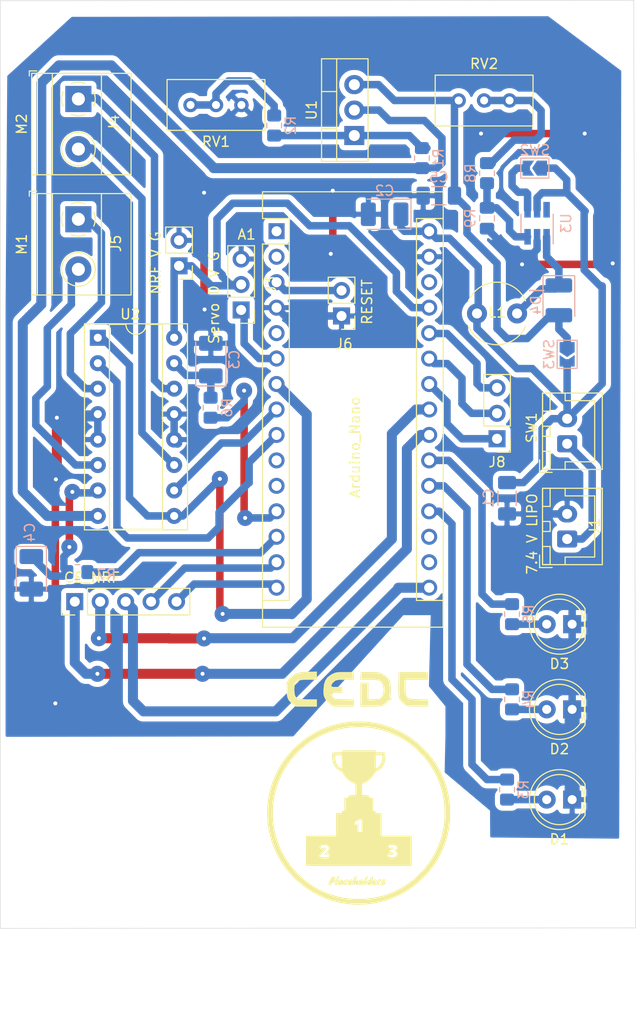
<source format=kicad_pcb>
(kicad_pcb (version 20171130) (host pcbnew "(5.1.10)-1")
  (layers (0 F.Cu signal) (31 B.Cu signal) (34 B.Paste user) (35 F.Paste user) (36 B.SilkS user) (37 F.SilkS user) (38 B.Mask user) (39 F.Mask user) (44 Edge.Cuts user))
  (net 0 "")
  (net 1 +BATT)
  (net 2 Earth)
  (net 3 "Net-(A1-Pad13)")
  (net 4 +5V)
  (net 5 "Net-(A1-Pad26)")
  (net 6 "Net-(A1-Pad25)")
  (net 7 "Net-(A1-Pad24)")
  (net 8 "Net-(A1-Pad21)")
  (net 9 "Net-(A1-Pad20)")
  (net 10 "Net-(A1-Pad19)")
  (net 11 "Net-(A1-Pad3)")
  (net 12 +6V)
  (net 13 "Net-(J1-Pad1)")
  (net 14 "Net-(J4-Pad2)")
  (net 15 "Net-(J4-Pad1)")
  (net 16 "Net-(J5-Pad2)")
  (net 17 "Net-(J5-Pad1)")
  (net 18 "Net-(R1-Pad2)")
  (net 19 "Net-(D1-Pad2)")
  (net 20 "Net-(D2-Pad2)")
  (net 21 "Net-(D3-Pad2)")
  (net 22 "Net-(R2-Pad2)")
  (net 23 SCK)
  (net 24 MISO)
  (net 25 MOSI)
  (net 26 M2F)
  (net 27 M1F)
  (net 28 CSN)
  (net 29 CE)
  (net 30 M2B)
  (net 31 M1B)
  (net 32 EN)
  (net 33 PWM_SERVO)
  (net 34 "Net-(A1-Pad12)")
  (net 35 "Net-(D4-Pad1)")
  (net 36 "Net-(R8-Pad2)")
  (net 37 "Net-(R8-Pad1)")
  (net 38 "Net-(SW2-Pad2)")
  (net 39 "Net-(C5-Pad1)")
  (module pcb_flip:epp (layer F.Cu) (at 129.2 98.85)
    (fp_text reference "T V" hide)
    (fp_text value LOGO hide)
  )
  (module pcb_flip:cedt (layer F.Cu) (at 129 86.7)
    (fp_text reference G*** hide)
    (fp_text value LOGO hide)
  )
  (module pcb_flip:placeholders (layer F.Cu) (at 94.65 119.65)
    (fp_text reference RV2-24/01/2022 hide)
    (fp_text value LOGO hide)
  )
  (module LED_THT:LED_D5.0mm_IRGrey (layer F.Cu) (at 150.5 80 180)
    (fp_text reference D3 (at 1.27 -3.96) (layer F.SilkS))
    (fp_text value "Status LED")
    (pad 2 thru_hole circle (at 2.54 0 180) (size 1.8 1.8) (drill 0.9) (layers *.Cu *.Mask) (net 21 "Net-(D3-Pad2)"))
    (pad 1 thru_hole rect (at 0 0 180) (size 1.8 1.8) (drill 0.9) (layers *.Cu *.Mask) (net 2 Earth))
  )
  (module LED_THT:LED_D5.0mm_IRGrey (layer F.Cu) (at 150.5 88.5 180)
    (fp_text reference D2 (at 1.27 -3.96) (layer F.SilkS))
    (fp_text value "Status LED")
    (pad 2 thru_hole circle (at 2.54 0 180) (size 1.8 1.8) (drill 0.9) (layers *.Cu *.Mask) (net 20 "Net-(D2-Pad2)"))
    (pad 1 thru_hole rect (at 0 0 180) (size 1.8 1.8) (drill 0.9) (layers *.Cu *.Mask) (net 2 Earth))
  )
  (module LED_THT:LED_D5.0mm_IRGrey (layer F.Cu) (at 150.5 97.5 180)
    (fp_text reference D1 (at 1.27 -3.96) (layer F.SilkS))
    (fp_text value "Status LED")
    (pad 2 thru_hole circle (at 2.54 0 180) (size 1.8 1.8) (drill 0.9) (layers *.Cu *.Mask) (net 19 "Net-(D1-Pad2)"))
    (pad 1 thru_hole rect (at 0 0 180) (size 1.8 1.8) (drill 0.9) (layers *.Cu *.Mask) (net 2 Earth))
  )
  (module Package_DIP:DIP-16_W7.62mm_Socket (layer F.Cu) (at 103.14166 51.41992)
    (fp_text reference U2 (at 3.2385 -2.3495) (layer F.SilkS))
    (fp_text value L293D)
    (pad 1 thru_hole rect (at 0 0) (size 1.6 1.6) (drill 0.8) (layers *.Cu *.Mask) (net 32 EN))
    (pad 9 thru_hole oval (at 7.62 17.78) (size 1.6 1.6) (drill 0.8) (layers *.Cu *.Mask) (net 32 EN))
    (pad 2 thru_hole oval (at 0 2.54) (size 1.6 1.6) (drill 0.8) (layers *.Cu *.Mask) (net 30 M2B))
    (pad 10 thru_hole oval (at 7.62 15.24) (size 1.6 1.6) (drill 0.8) (layers *.Cu *.Mask) (net 31 M1B))
    (pad 3 thru_hole oval (at 0 5.08) (size 1.6 1.6) (drill 0.8) (layers *.Cu *.Mask) (net 17 "Net-(J5-Pad1)"))
    (pad 11 thru_hole oval (at 7.62 12.7) (size 1.6 1.6) (drill 0.8) (layers *.Cu *.Mask) (net 14 "Net-(J4-Pad2)"))
    (pad 4 thru_hole oval (at 0 7.62) (size 1.6 1.6) (drill 0.8) (layers *.Cu *.Mask) (net 2 Earth))
    (pad 12 thru_hole oval (at 7.62 10.16) (size 1.6 1.6) (drill 0.8) (layers *.Cu *.Mask) (net 2 Earth))
    (pad 5 thru_hole oval (at 0 10.16) (size 1.6 1.6) (drill 0.8) (layers *.Cu *.Mask) (net 2 Earth))
    (pad 13 thru_hole oval (at 7.62 7.62) (size 1.6 1.6) (drill 0.8) (layers *.Cu *.Mask) (net 2 Earth))
    (pad 6 thru_hole oval (at 0 12.7) (size 1.6 1.6) (drill 0.8) (layers *.Cu *.Mask) (net 16 "Net-(J5-Pad2)"))
    (pad 14 thru_hole oval (at 7.62 5.08) (size 1.6 1.6) (drill 0.8) (layers *.Cu *.Mask) (net 15 "Net-(J4-Pad1)"))
    (pad 7 thru_hole oval (at 0 15.24) (size 1.6 1.6) (drill 0.8) (layers *.Cu *.Mask) (net 26 M2F))
    (pad 15 thru_hole oval (at 7.62 2.54) (size 1.6 1.6) (drill 0.8) (layers *.Cu *.Mask) (net 27 M1F))
    (pad 8 thru_hole oval (at 0 17.78) (size 1.6 1.6) (drill 0.8) (layers *.Cu *.Mask) (net 12 +6V))
    (pad 16 thru_hole oval (at 7.62 0) (size 1.6 1.6) (drill 0.8) (layers *.Cu *.Mask) (net 4 +5V))
  )
  (module Module:Arduino_Nano (layer F.Cu) (at 120.98666 40.79892)
    (fp_text reference A1 (at -2.9845 0.3175) (layer F.SilkS))
    (fp_text value Arduino_Nano (at 7.81334 21.55108 270) (layer F.SilkS))
    (fp_text user . (at 11.36334 46.25108 180) (layer F.SilkS))
    (pad 16 thru_hole oval (at 15.24 35.56) (size 1.6 1.6) (drill 1) (layers *.Cu *.Mask) (net 23 SCK))
    (pad 15 thru_hole oval (at 0 35.56) (size 1.6 1.6) (drill 1) (layers *.Cu *.Mask) (net 24 MISO))
    (pad 30 thru_hole oval (at 15.24 0) (size 1.6 1.6) (drill 1) (layers *.Cu *.Mask) (net 1 +BATT))
    (pad 14 thru_hole oval (at 0 33.02) (size 1.6 1.6) (drill 1) (layers *.Cu *.Mask) (net 25 MOSI))
    (pad 29 thru_hole oval (at 15.24 2.54) (size 1.6 1.6) (drill 1) (layers *.Cu *.Mask) (net 2 Earth))
    (pad 13 thru_hole oval (at 0 30.48) (size 1.6 1.6) (drill 1) (layers *.Cu *.Mask) (net 3 "Net-(A1-Pad13)"))
    (pad 28 thru_hole oval (at 15.24 5.08) (size 1.6 1.6) (drill 1) (layers *.Cu *.Mask))
    (pad 12 thru_hole oval (at 0 27.94) (size 1.6 1.6) (drill 1) (layers *.Cu *.Mask) (net 34 "Net-(A1-Pad12)"))
    (pad 27 thru_hole oval (at 15.24 7.62) (size 1.6 1.6) (drill 1) (layers *.Cu *.Mask) (net 4 +5V))
    (pad 11 thru_hole oval (at 0 25.4) (size 1.6 1.6) (drill 1) (layers *.Cu *.Mask))
    (pad 26 thru_hole oval (at 15.24 10.16) (size 1.6 1.6) (drill 1) (layers *.Cu *.Mask) (net 5 "Net-(A1-Pad26)"))
    (pad 10 thru_hole oval (at 0 22.86) (size 1.6 1.6) (drill 1) (layers *.Cu *.Mask))
    (pad 25 thru_hole oval (at 15.24 12.7) (size 1.6 1.6) (drill 1) (layers *.Cu *.Mask) (net 6 "Net-(A1-Pad25)"))
    (pad 9 thru_hole oval (at 0 20.32) (size 1.6 1.6) (drill 1) (layers *.Cu *.Mask) (net 30 M2B))
    (pad 24 thru_hole oval (at 15.24 15.24) (size 1.6 1.6) (drill 1) (layers *.Cu *.Mask) (net 7 "Net-(A1-Pad24)"))
    (pad 8 thru_hole oval (at 0 17.78) (size 1.6 1.6) (drill 1) (layers *.Cu *.Mask) (net 31 M1B))
    (pad 23 thru_hole oval (at 15.24 17.78) (size 1.6 1.6) (drill 1) (layers *.Cu *.Mask) (net 28 CSN))
    (pad 7 thru_hole oval (at 0 15.24) (size 1.6 1.6) (drill 1) (layers *.Cu *.Mask) (net 32 EN))
    (pad 22 thru_hole oval (at 15.24 20.32) (size 1.6 1.6) (drill 1) (layers *.Cu *.Mask) (net 29 CE))
    (pad 6 thru_hole oval (at 0 12.7) (size 1.6 1.6) (drill 1) (layers *.Cu *.Mask) (net 33 PWM_SERVO))
    (pad 21 thru_hole oval (at 15.24 22.86) (size 1.6 1.6) (drill 1) (layers *.Cu *.Mask) (net 8 "Net-(A1-Pad21)"))
    (pad 5 thru_hole oval (at 0 10.16) (size 1.6 1.6) (drill 1) (layers *.Cu *.Mask))
    (pad 20 thru_hole oval (at 15.24 25.4) (size 1.6 1.6) (drill 1) (layers *.Cu *.Mask) (net 9 "Net-(A1-Pad20)"))
    (pad 4 thru_hole oval (at 0 7.62) (size 1.6 1.6) (drill 1) (layers *.Cu *.Mask) (net 2 Earth))
    (pad 19 thru_hole oval (at 15.24 27.94) (size 1.6 1.6) (drill 1) (layers *.Cu *.Mask) (net 10 "Net-(A1-Pad19)"))
    (pad 3 thru_hole oval (at 0 5.08) (size 1.6 1.6) (drill 1) (layers *.Cu *.Mask) (net 11 "Net-(A1-Pad3)"))
    (pad 18 thru_hole oval (at 15.24 30.48) (size 1.6 1.6) (drill 1) (layers *.Cu *.Mask))
    (pad 2 thru_hole oval (at 0 2.54) (size 1.6 1.6) (drill 1) (layers *.Cu *.Mask))
    (pad 17 thru_hole oval (at 15.24 33.02) (size 1.6 1.6) (drill 1) (layers *.Cu *.Mask))
    (pad 1 thru_hole rect (at 0 0) (size 1.6 1.6) (drill 1) (layers *.Cu *.Mask))
  )
  (module Connector_JST:JST_XH_B2B-XH-A_1x02_P2.50mm_Vertical (layer F.Cu) (at 150 62 90)
    (fp_text reference SW1 (at 1.6 -3.55 90) (layer F.SilkS))
    (fp_text value "MAIN CUTOFF")
    (pad 2 thru_hole oval (at 2.5 0 90) (size 1.7 2) (drill 1) (layers *.Cu *.Mask) (net 1 +BATT))
    (pad 1 thru_hole roundrect (at 0 0 90) (size 1.7 2) (drill 1) (layers *.Cu *.Mask) (roundrect_rratio 0.1470588235294118) (net 13 "Net-(J1-Pad1)"))
  )
  (module Resistor_SMD:R_0805_2012Metric_Pad1.20x1.40mm_HandSolder (layer B.Cu) (at 120.75 30.25 90)
    (fp_text reference R2 (at 0 1.65 90) (layer B.SilkS) (effects (justify mirror)))
    (fp_text value 680E)
    (pad 2 smd roundrect (at 1 0 90) (size 1.2 1.4) (layers B.Cu B.Paste B.Mask) (roundrect_rratio 0.2083325) (net 22 "Net-(R2-Pad2)"))
    (pad 1 smd roundrect (at -1 0 90) (size 1.2 1.4) (layers B.Cu B.Paste B.Mask) (roundrect_rratio 0.2083325) (net 18 "Net-(R1-Pad2)"))
  )
  (module Resistor_SMD:R_0805_2012Metric_Pad1.20x1.40mm_HandSolder (layer B.Cu) (at 135.5 33.5 90)
    (fp_text reference R1 (at 0 1.65 90) (layer B.SilkS) (effects (justify mirror)))
    (fp_text value 220E)
    (pad 2 smd roundrect (at 1 0 90) (size 1.2 1.4) (layers B.Cu B.Paste B.Mask) (roundrect_rratio 0.2083325) (net 18 "Net-(R1-Pad2)"))
    (pad 1 smd roundrect (at -1 0 90) (size 1.2 1.4) (layers B.Cu B.Paste B.Mask) (roundrect_rratio 0.2083325) (net 12 +6V))
  )
  (module Capacitor_SMD:C_0805_2012Metric_Pad1.18x1.45mm_HandSolder (layer B.Cu) (at 142 39.5 270)
    (fp_text reference R9 (at 0 1.68 270) (layer B.SilkS) (effects (justify mirror)))
    (fp_text value 68E)
    (pad 2 smd roundrect (at 1.0375 0 270) (size 1.175 1.45) (layers B.Cu B.Paste B.Mask) (roundrect_rratio 0.2127659574468085) (net 2 Earth))
    (pad 1 smd roundrect (at -1.0375 0 270) (size 1.175 1.45) (layers B.Cu B.Paste B.Mask) (roundrect_rratio 0.2127659574468085) (net 36 "Net-(R8-Pad2)"))
  )
  (module Package_TO_SOT_SMD:SOT-23-6_Handsoldering (layer B.Cu) (at 147 40 90)
    (fp_text reference U3 (at 0 2.9 90) (layer B.SilkS) (effects (justify mirror)))
    (fp_text value SX1308)
    (pad 5 smd rect (at 1.35 0 90) (size 1.56 0.65) (layers B.Cu B.Paste B.Mask) (net 1 +BATT))
    (pad 6 smd rect (at 1.35 0.95 90) (size 1.56 0.65) (layers B.Cu B.Paste B.Mask))
    (pad 4 smd rect (at 1.35 -0.95 90) (size 1.56 0.65) (layers B.Cu B.Paste B.Mask) (net 38 "Net-(SW2-Pad2)"))
    (pad 3 smd rect (at -1.35 -0.95 90) (size 1.56 0.65) (layers B.Cu B.Paste B.Mask) (net 36 "Net-(R8-Pad2)"))
    (pad 2 smd rect (at -1.35 0 90) (size 1.56 0.65) (layers B.Cu B.Paste B.Mask) (net 2 Earth))
    (pad 1 smd rect (at -1.35 0.95 90) (size 1.56 0.65) (layers B.Cu B.Paste B.Mask) (net 35 "Net-(D4-Pad1)"))
  )
  (module Jumper:SolderJumper-2_P1.3mm_Open_TrianglePad1.0x1.5mm (layer B.Cu) (at 150 53.075 270)
    (fp_text reference SW3 (at 0 1.8 270) (layer B.SilkS) (effects (justify mirror)))
    (fp_text value BBS)
    (pad 1 smd custom (at -0.725 0 270) (size 0.3 0.3) (layers B.Cu B.Mask) (net 39 "Net-(C5-Pad1)") (options (clearance outline) (anchor rect)) (primitives (gr_poly (pts (xy -0.5 0.75) (xy 0.5 0.75) (xy 1 0) (xy 0.5 -0.75) (xy -0.5 -0.75)) (width 0))))
    (pad 2 smd custom (at 0.725 0 270) (size 0.3 0.3) (layers B.Cu B.Mask) (net 1 +BATT) (options (clearance outline) (anchor rect)) (primitives (gr_poly (pts (xy -0.65 0.75) (xy 0.5 0.75) (xy 0.5 -0.75) (xy -0.65 -0.75) (xy -0.15 0)) (width 0))))
  )
  (module Jumper:SolderJumper-2_P1.3mm_Open_TrianglePad1.0x1.5mm (layer B.Cu) (at 146.775 34.5 180)
    (fp_text reference SW2 (at 0 1.8) (layer B.SilkS) (effects (justify mirror)))
    (fp_text value Enable)
    (pad 1 smd custom (at -0.725 0 180) (size 0.3 0.3) (layers B.Cu B.Mask) (net 1 +BATT) (options (clearance outline) (anchor rect)) (primitives (gr_poly (pts (xy -0.5 0.75) (xy 0.5 0.75) (xy 1 0) (xy 0.5 -0.75) (xy -0.5 -0.75)) (width 0))))
    (pad 2 smd custom (at 0.725 0 180) (size 0.3 0.3) (layers B.Cu B.Mask) (net 38 "Net-(SW2-Pad2)") (options (clearance outline) (anchor rect)) (primitives (gr_poly (pts (xy -0.65 0.75) (xy 0.5 0.75) (xy 0.5 -0.75) (xy -0.65 -0.75) (xy -0.15 0)) (width 0))))
  )
  (module Potentiometer_THT:Potentiometer_Bourns_3296W_Vertical (layer F.Cu) (at 144.25 27.75)
    (fp_text reference RV2 (at -2.54 -3.66) (layer F.SilkS))
    (fp_text value "1k TPOT")
    (pad 3 thru_hole circle (at -5.08 0) (size 1.44 1.44) (drill 0.8) (layers *.Cu *.Mask) (net 39 "Net-(C5-Pad1)"))
    (pad 2 thru_hole circle (at -2.54 0) (size 1.44 1.44) (drill 0.8) (layers *.Cu *.Mask) (net 37 "Net-(R8-Pad1)"))
    (pad 1 thru_hole circle (at 0 0) (size 1.44 1.44) (drill 0.8) (layers *.Cu *.Mask) (net 37 "Net-(R8-Pad1)"))
  )
  (module Resistor_SMD:R_0805_2012Metric_Pad1.20x1.40mm_HandSolder (layer B.Cu) (at 142 35 270)
    (fp_text reference R8 (at 0 1.65 270) (layer B.SilkS) (effects (justify mirror)))
    (fp_text value 100E)
    (pad 2 smd roundrect (at 1 0 270) (size 1.2 1.4) (layers B.Cu B.Paste B.Mask) (roundrect_rratio 0.2083325) (net 36 "Net-(R8-Pad2)"))
    (pad 1 smd roundrect (at -1 0 270) (size 1.2 1.4) (layers B.Cu B.Paste B.Mask) (roundrect_rratio 0.2083325) (net 37 "Net-(R8-Pad1)"))
  )
  (module Resistor_SMD:R_0805_2012Metric_Pad1.20x1.40mm_HandSolder (layer B.Cu) (at 144.5 79 90)
    (fp_text reference R5 (at 0 1.65 270) (layer B.SilkS) (effects (justify mirror)))
    (fp_text value 220E)
    (pad 2 smd roundrect (at 1 0 90) (size 1.2 1.4) (layers B.Cu B.Paste B.Mask) (roundrect_rratio 0.2083325) (net 8 "Net-(A1-Pad21)"))
    (pad 1 smd roundrect (at -1 0 90) (size 1.2 1.4) (layers B.Cu B.Paste B.Mask) (roundrect_rratio 0.2083325) (net 21 "Net-(D3-Pad2)"))
  )
  (module Resistor_SMD:R_0805_2012Metric_Pad1.20x1.40mm_HandSolder (layer B.Cu) (at 144.5 87.5 90)
    (fp_text reference R4 (at 0 1.65 270) (layer B.SilkS) (effects (justify mirror)))
    (fp_text value 220E)
    (pad 2 smd roundrect (at 1 0 90) (size 1.2 1.4) (layers B.Cu B.Paste B.Mask) (roundrect_rratio 0.2083325) (net 9 "Net-(A1-Pad20)"))
    (pad 1 smd roundrect (at -1 0 90) (size 1.2 1.4) (layers B.Cu B.Paste B.Mask) (roundrect_rratio 0.2083325) (net 20 "Net-(D2-Pad2)"))
  )
  (module Resistor_SMD:R_0805_2012Metric_Pad1.20x1.40mm_HandSolder (layer B.Cu) (at 144 96.5 90)
    (fp_text reference R3 (at 0 1.65 270) (layer B.SilkS) (effects (justify mirror)))
    (fp_text value 220E)
    (pad 2 smd roundrect (at 1 0 90) (size 1.2 1.4) (layers B.Cu B.Paste B.Mask) (roundrect_rratio 0.2083325) (net 10 "Net-(A1-Pad19)"))
    (pad 1 smd roundrect (at -1 0 90) (size 1.2 1.4) (layers B.Cu B.Paste B.Mask) (roundrect_rratio 0.2083325) (net 19 "Net-(D1-Pad2)"))
  )
  (module Inductor_THT:L_Radial_D6.0mm_P4.00mm (layer F.Cu) (at 141 49)
    (fp_text reference L1 (at 2 -0.1) (layer F.SilkS))
    (fp_text value 22uH)
    (pad 2 thru_hole circle (at 4 0) (size 2 2) (drill 1) (layers *.Cu *.Mask) (net 35 "Net-(D4-Pad1)"))
    (pad 1 thru_hole circle (at 0 0) (size 2 2) (drill 1) (layers *.Cu *.Mask) (net 1 +BATT))
  )
  (module Diode_SMD:D_1210_3225Metric_Pad1.42x2.65mm_HandSolder (layer B.Cu) (at 149.175 47.6875 270)
    (fp_text reference |D4 (at 0 2.28 90) (layer B.SilkS) (effects (justify mirror)))
    (fp_text value SS14)
    (pad 2 smd roundrect (at 1.4875 0 270) (size 1.425 2.65) (layers B.Cu B.Paste B.Mask) (roundrect_rratio 0.1754385964912281) (net 39 "Net-(C5-Pad1)"))
    (pad 1 smd roundrect (at -1.4875 0 270) (size 1.425 2.65) (layers B.Cu B.Paste B.Mask) (roundrect_rratio 0.1754385964912281) (net 35 "Net-(D4-Pad1)"))
  )
  (module Capacitor_SMD:C_1206_3216Metric_Pad1.33x1.80mm_HandSolder (layer B.Cu) (at 137.1875 37.25 180)
    (fp_text reference C5 (at 0 1.85) (layer B.SilkS) (effects (justify mirror)))
    (fp_text value 22uF)
    (pad 2 smd roundrect (at 1.5625 0 180) (size 1.325 1.8) (layers B.Cu B.Paste B.Mask) (roundrect_rratio 0.1886784905660377) (net 2 Earth))
    (pad 1 smd roundrect (at -1.5625 0 180) (size 1.325 1.8) (layers B.Cu B.Paste B.Mask) (roundrect_rratio 0.1886784905660377) (net 39 "Net-(C5-Pad1)"))
  )
  (module Capacitor_Tantalum_SMD:CP_EIA-3528-12_Kemet-T_Pad1.50x2.35mm_HandSolder (layer B.Cu) (at 131.775 39.1 180)
    (fp_text reference C2 (at 0 2.35 180) (layer B.SilkS) (effects (justify mirror)))
    (fp_text value 10uF)
    (pad 2 smd roundrect (at 1.625 0 180) (size 1.5 2.35) (layers B.Cu B.Paste B.Mask) (roundrect_rratio 0.1666666666666667) (net 2 Earth))
    (pad 1 smd roundrect (at -1.625 0 180) (size 1.5 2.35) (layers B.Cu B.Paste B.Mask) (roundrect_rratio 0.1666666666666667) (net 1 +BATT))
  )
  (module Capacitor_SMD:C_1206_3216Metric_Pad1.33x1.80mm_HandSolder (layer B.Cu) (at 144 67.4375 270)
    (fp_text reference C1 (at 0 1.85 270) (layer B.SilkS) (effects (justify mirror)))
    (fp_text value 22uF)
    (pad 2 smd roundrect (at 1.5625 0 270) (size 1.325 1.8) (layers B.Cu B.Paste B.Mask) (roundrect_rratio 0.1886784905660377) (net 2 Earth))
    (pad 1 smd roundrect (at -1.5625 0 270) (size 1.325 1.8) (layers B.Cu B.Paste B.Mask) (roundrect_rratio 0.1886784905660377) (net 1 +BATT))
  )
  (module Resistor_SMD:R_0805_2012Metric_Pad1.20x1.40mm_HandSolder (layer B.Cu) (at 101.1 74.8 180)
    (fp_text reference R7 (at -2.9 -0.25 180) (layer B.SilkS) (effects (justify mirror)))
    (fp_text value 100E)
    (pad 2 smd roundrect (at 1 0 180) (size 1.2 1.4) (layers B.Cu B.Paste B.Mask) (roundrect_rratio 0.2083325) (net 26 M2F))
    (pad 1 smd roundrect (at -1 0 180) (size 1.2 1.4) (layers B.Cu B.Paste B.Mask) (roundrect_rratio 0.2083325) (net 3 "Net-(A1-Pad13)"))
  )
  (module Resistor_SMD:R_0805_2012Metric_Pad1.20x1.40mm_HandSolder (layer B.Cu) (at 114.4 58.4 90)
    (fp_text reference R6 (at 0 1.65 270) (layer B.SilkS) (effects (justify mirror)))
    (fp_text value 100E)
    (pad 2 smd roundrect (at 1 0 90) (size 1.2 1.4) (layers B.Cu B.Paste B.Mask) (roundrect_rratio 0.2083325) (net 27 M1F))
    (pad 1 smd roundrect (at -1 0 90) (size 1.2 1.4) (layers B.Cu B.Paste B.Mask) (roundrect_rratio 0.2083325) (net 34 "Net-(A1-Pad12)"))
  )
  (module Capacitor_Tantalum_SMD:CP_EIA-3528-12_Kemet-T_Pad1.50x2.35mm_HandSolder (layer B.Cu) (at 96.5 74.875 270)
    (fp_text reference C4 (at -4.025 0.15 270) (layer B.SilkS) (effects (justify mirror)))
    (fp_text value 4.7uF)
    (pad 2 smd roundrect (at 1.625 0 270) (size 1.5 2.35) (layers B.Cu B.Paste B.Mask) (roundrect_rratio 0.1666666666666667) (net 2 Earth))
    (pad 1 smd roundrect (at -1.625 0 270) (size 1.5 2.35) (layers B.Cu B.Paste B.Mask) (roundrect_rratio 0.1666666666666667) (net 26 M2F))
  )
  (module Capacitor_Tantalum_SMD:CP_EIA-3528-12_Kemet-T_Pad1.50x2.35mm_HandSolder (layer B.Cu) (at 114.425 53.6 90)
    (fp_text reference C3 (at 0 2.35 270) (layer B.SilkS) (effects (justify mirror)))
    (fp_text value 4.7uf)
    (pad 1 smd roundrect (at -1.625 0 90) (size 1.5 2.35) (layers B.Cu B.Paste B.Mask) (roundrect_rratio 0.1666666666666667) (net 27 M1F))
    (pad 2 smd roundrect (at 1.625 0 90) (size 1.5 2.35) (layers B.Cu B.Paste B.Mask) (roundrect_rratio 0.1666666666666667) (net 2 Earth))
  )
  (module Potentiometer_THT:Potentiometer_Bourns_3296W_Vertical (layer F.Cu) (at 112.4 28.2 180)
    (fp_text reference RV1 (at -2.54 -3.66) (layer F.SilkS))
    (fp_text value "1k TPOT")
    (pad 3 thru_hole circle (at -5.08 0 180) (size 1.44 1.44) (drill 0.8) (layers *.Cu *.Mask) (net 2 Earth))
    (pad 2 thru_hole circle (at -2.54 0 180) (size 1.44 1.44) (drill 0.8) (layers *.Cu *.Mask) (net 22 "Net-(R2-Pad2)"))
    (pad 1 thru_hole circle (at 0 0 180) (size 1.44 1.44) (drill 0.8) (layers *.Cu *.Mask) (net 22 "Net-(R2-Pad2)"))
  )
  (module Connector_PinHeader_2.54mm:PinHeader_1x03_P2.54mm_Vertical (layer F.Cu) (at 143 61.5 180)
    (fp_text reference J8 (at 0 -2.33) (layer F.SilkS))
    (fp_text value "Alternate pins")
    (pad 3 thru_hole oval (at 0 5.08 180) (size 1.7 1.7) (drill 1) (layers *.Cu *.Mask) (net 5 "Net-(A1-Pad26)"))
    (pad 2 thru_hole oval (at 0 2.54 180) (size 1.7 1.7) (drill 1) (layers *.Cu *.Mask) (net 6 "Net-(A1-Pad25)"))
    (pad 1 thru_hole rect (at 0 0 180) (size 1.7 1.7) (drill 1) (layers *.Cu *.Mask) (net 7 "Net-(A1-Pad24)"))
  )
  (module Connector_PinHeader_2.54mm:PinHeader_1x02_P2.54mm_Vertical (layer F.Cu) (at 111.25 44.25 180)
    (fp_text reference "NRF V G" (at 2.35 0.3 90) (layer F.SilkS))
    (fp_text value "nrf24 power")
    (pad 2 thru_hole oval (at 0 2.54 180) (size 1.7 1.7) (drill 1) (layers *.Cu *.Mask) (net 2 Earth))
    (pad 1 thru_hole rect (at 0 0 180) (size 1.7 1.7) (drill 1) (layers *.Cu *.Mask) (net 4 +5V))
  )
  (module Connector_PinHeader_2.54mm:PinHeader_1x05_P2.54mm_Vertical (layer F.Cu) (at 100.84 77.75 90)
    (fp_text reference CE_NRF (at 2.4 1.71 180) (layer F.SilkS))
    (fp_text value NRF24)
    (pad 5 thru_hole oval (at 0 10.16 90) (size 1.7 1.7) (drill 1) (layers *.Cu *.Mask) (net 24 MISO))
    (pad 4 thru_hole oval (at 0 7.62 90) (size 1.7 1.7) (drill 1) (layers *.Cu *.Mask) (net 25 MOSI))
    (pad 3 thru_hole oval (at 0 5.08 90) (size 1.7 1.7) (drill 1) (layers *.Cu *.Mask) (net 23 SCK))
    (pad 2 thru_hole oval (at 0 2.54 90) (size 1.7 1.7) (drill 1) (layers *.Cu *.Mask) (net 28 CSN))
    (pad 1 thru_hole rect (at 0 0 90) (size 1.7 1.7) (drill 1) (layers *.Cu *.Mask) (net 29 CE))
  )
  (module Connector_JST:JST_XH_B2B-XH-A_1x02_P2.50mm_Vertical (layer F.Cu) (at 150 71.5 90)
    (fp_text reference J1 (at 1.25 2.75 90) (layer F.SilkS))
    (fp_text value "7.4 V LIPO" (at 0.5 -3.5 270) (layer F.SilkS))
    (pad 1 thru_hole roundrect (at 0 0 90) (size 1.7 2) (drill 1) (layers *.Cu *.Mask) (roundrect_rratio 0.1470588235294118) (net 13 "Net-(J1-Pad1)"))
    (pad 2 thru_hole oval (at 2.5 0 90) (size 1.7 2) (drill 1) (layers *.Cu *.Mask) (net 2 Earth))
  )
  (module Connector_PinHeader_2.54mm:PinHeader_1x02_P2.54mm_Vertical (layer F.Cu) (at 127.475 49.25 180)
    (fp_text reference J6 (at -0.254 -2.794) (layer F.SilkS))
    (fp_text value RESET (at -2.55 1.4 90) (layer F.SilkS))
    (pad 1 thru_hole rect (at 0 0 180) (size 1.7 1.7) (drill 1) (layers *.Cu *.Mask) (net 2 Earth))
    (pad 2 thru_hole oval (at 0 2.54 180) (size 1.7 1.7) (drill 1) (layers *.Cu *.Mask) (net 11 "Net-(A1-Pad3)"))
  )
  (module TerminalBlock_Phoenix:TerminalBlock_Phoenix_MKDS-1,5-2_1x02_P5.00mm_Horizontal (layer F.Cu) (at 101.2 39.6 270)
    (fp_text reference J5 (at 2.413 -3.7465 90) (layer F.SilkS))
    (fp_text value M1 (at 2.5 5.66 90) (layer F.SilkS))
    (pad 1 thru_hole rect (at 0 0 270) (size 2.6 2.6) (drill 1.3) (layers *.Cu *.Mask) (net 17 "Net-(J5-Pad1)"))
    (pad 2 thru_hole circle (at 5 0 270) (size 2.6 2.6) (drill 1.3) (layers *.Cu *.Mask) (net 16 "Net-(J5-Pad2)"))
  )
  (module TerminalBlock_Phoenix:TerminalBlock_Phoenix_MKDS-1,5-2_1x02_P5.00mm_Horizontal (layer F.Cu) (at 101.2 27.6 270)
    (fp_text reference J4 (at 2.413 -3.556 90) (layer F.SilkS))
    (fp_text value M2 (at 2.5 5.66 90) (layer F.SilkS))
    (pad 1 thru_hole rect (at 0 0 270) (size 2.6 2.6) (drill 1.3) (layers *.Cu *.Mask) (net 15 "Net-(J4-Pad1)"))
    (pad 2 thru_hole circle (at 5 0 270) (size 2.6 2.6) (drill 1.3) (layers *.Cu *.Mask) (net 14 "Net-(J4-Pad2)"))
  )
  (module Connector_PinHeader_2.54mm:PinHeader_1x03_P2.54mm_Vertical (layer F.Cu) (at 117.45 48.65 180)
    (fp_text reference J3 (at -2.9845 2.54 90) (layer F.SilkS))
    (fp_text value "Servo D V G" (at 2.70716 1.23 90) (layer F.SilkS))
    (pad 1 thru_hole rect (at 0 0 180) (size 1.7 1.7) (drill 1) (layers *.Cu *.Mask) (net 33 PWM_SERVO))
    (pad 2 thru_hole oval (at 0 2.54 180) (size 1.7 1.7) (drill 1) (layers *.Cu *.Mask) (net 4 +5V))
    (pad 3 thru_hole oval (at 0 5.08 180) (size 1.7 1.7) (drill 1) (layers *.Cu *.Mask) (net 2 Earth))
  )
  (module Package_TO_SOT_THT:TO-220-3_Vertical (layer F.Cu) (at 128.75 31.25 90)
    (fp_text reference U1 (at 2.54 -4.27 90) (layer F.SilkS))
    (fp_text value "LM317 ")
    (pad 1 thru_hole rect (at 0 0 90) (size 1.905 2) (drill 1.1) (layers *.Cu *.Mask) (net 18 "Net-(R1-Pad2)"))
    (pad 2 thru_hole oval (at 2.54 0 90) (size 1.905 2) (drill 1.1) (layers *.Cu *.Mask) (net 12 +6V))
    (pad 3 thru_hole oval (at 5.08 0 90) (size 1.905 2) (drill 1.1) (layers *.Cu *.Mask) (net 39 "Net-(C5-Pad1)"))
  )
  (gr_line (start 156.65 17.75) (end 156.85 110.3) (layer Edge.Cuts) (width 0.05))
  (gr_line (start 93.4 110.35) (end 156.85 110.3) (layer Edge.Cuts) (width 0.05))
  (gr_line (start 93.4 17.8) (end 93.4 110.35) (layer Edge.Cuts) (width 0.05))
  (gr_line (start 156.65 17.75) (end 93.4 17.8) (layer Edge.Cuts) (width 0.05))
  (segment (start 136.22558 40.8) (end 136.22666 40.79892) (width 1) (layer F.Cu) (net 1))
  (segment (start 136.02558 41) (end 136.22666 40.79892) (width 1) (layer F.Cu) (net 1))
  (segment (start 136.22666 40.79892) (end 136.22666 41.118918) (width 1) (layer F.Cu) (net 1))
  (segment (start 147 37.459998) (end 147 38.65) (width 0.75) (layer B.Cu) (net 1))
  (segment (start 147.5 36.959998) (end 147 37.459998) (width 0.75) (layer B.Cu) (net 1))
  (segment (start 149.959998 36.959998) (end 147.5 36.959998) (width 0.75) (layer B.Cu) (net 1))
  (segment (start 136 40.57226) (end 136.22666 40.79892) (width 1) (layer B.Cu) (net 1))
  (segment (start 136.92774 41.5) (end 136.22666 40.79892) (width 0.75) (layer B.Cu) (net 1))
  (segment (start 138.25 41.5) (end 136.92774 41.5) (width 0.75) (layer B.Cu) (net 1))
  (segment (start 144 65.875) (end 145.625 65.875) (width 0.75) (layer B.Cu) (net 1))
  (segment (start 145.625 65.875) (end 147.5 64) (width 0.75) (layer B.Cu) (net 1))
  (segment (start 147.5 64) (end 147.5 60.5) (width 0.75) (layer B.Cu) (net 1))
  (segment (start 148.5 59.5) (end 150 59.5) (width 0.75) (layer B.Cu) (net 1))
  (segment (start 147.5 60.5) (end 148.5 59.5) (width 0.75) (layer B.Cu) (net 1))
  (segment (start 150 59.5) (end 150 55.5) (width 0.75) (layer B.Cu) (net 1))
  (segment (start 141.125 48.875) (end 141 49) (width 0.75) (layer B.Cu) (net 1))
  (segment (start 141.125 44.375) (end 141.125 48.875) (width 0.75) (layer B.Cu) (net 1))
  (segment (start 141.125 44.375) (end 138.25 41.5) (width 0.75) (layer B.Cu) (net 1))
  (segment (start 141 49) (end 141 50.5) (width 0.75) (layer B.Cu) (net 1))
  (segment (start 141 50.5) (end 145 54.5) (width 0.75) (layer B.Cu) (net 1))
  (segment (start 133.4 39.1) (end 133.4 40.45) (width 0.75) (layer B.Cu) (net 1))
  (segment (start 133.74892 40.79892) (end 136.22666 40.79892) (width 0.75) (layer B.Cu) (net 1))
  (segment (start 133.4 40.45) (end 133.74892 40.79892) (width 0.75) (layer B.Cu) (net 1))
  (segment (start 153.3 46.25) (end 151.7 44.65) (width 0.75) (layer B.Cu) (net 1))
  (segment (start 151.7 44.65) (end 151.7 38.9) (width 0.75) (layer B.Cu) (net 1))
  (segment (start 151.8 38.8) (end 149.959998 36.959998) (width 0.75) (layer B.Cu) (net 1))
  (segment (start 153.5 56) (end 150 59.5) (width 0.75) (layer B.Cu) (net 1))
  (segment (start 153.5 46.25) (end 153.5 56) (width 0.75) (layer B.Cu) (net 1))
  (segment (start 145 54.5) (end 146.525 54.5) (width 0.75) (layer B.Cu) (net 1))
  (segment (start 150 57.975) (end 150 59.5) (width 0.75) (layer B.Cu) (net 1))
  (segment (start 146.525 54.5) (end 150 57.975) (width 0.75) (layer B.Cu) (net 1))
  (segment (start 150 55.5) (end 150 53.92501) (width 0.75) (layer B.Cu) (net 1))
  (segment (start 149.959998 36.959998) (end 149.959998 35.659998) (width 0.75) (layer B.Cu) (net 1))
  (segment (start 148.8 34.5) (end 147.5 34.5) (width 0.75) (layer B.Cu) (net 1))
  (segment (start 149.959998 35.659998) (end 148.8 34.5) (width 0.75) (layer B.Cu) (net 1))
  (segment (start 111.08174 61.9) (end 110.76166 61.57992) (width 1) (layer B.Cu) (net 2))
  (segment (start 121.81774 49.25) (end 120.98666 48.41892) (width 0.75) (layer B.Cu) (net 2))
  (segment (start 125.75 49.25) (end 121.81774 49.25) (width 0.75) (layer B.Cu) (net 2))
  (via (at 141.4 31.05) (size 1.6) (drill 0.4) (layers F.Cu B.Cu) (net 2))
  (via (at 151.75 31.05) (size 1.6) (drill 0.4) (layers F.Cu B.Cu) (net 2))
  (segment (start 142 40.5375) (end 141.7875 40.5375) (width 0.75) (layer B.Cu) (net 2))
  (segment (start 103.14166 61.57992) (end 103.14166 59.03992) (width 0.75) (layer B.Cu) (net 2))
  (segment (start 110.76166 59.03992) (end 110.76166 61.57992) (width 0.75) (layer B.Cu) (net 2))
  (via (at 126.6 36.75) (size 1.6) (drill 0.4) (layers F.Cu B.Cu) (net 2))
  (via (at 126.4 43.05) (size 1.6) (drill 0.4) (layers F.Cu B.Cu) (net 2))
  (via (at 113.8 48.6) (size 1.6) (drill 0.4) (layers F.Cu B.Cu) (net 2))
  (via (at 154.55 44) (size 1.6) (drill 0.4) (layers F.Cu B.Cu) (net 2))
  (via (at 145.5 44.1) (size 1.6) (drill 0.4) (layers F.Cu B.Cu) (net 2))
  (via (at 99.05 59.4) (size 1.6) (drill 0.4) (layers F.Cu B.Cu) (net 2))
  (segment (start 102.78158 59.4) (end 103.14166 59.03992) (width 0.75) (layer B.Cu) (net 2))
  (segment (start 99.8 59.4) (end 102.78158 59.4) (width 0.75) (layer B.Cu) (net 2))
  (via (at 98.9 87.9) (size 1.6) (drill 0.4) (layers F.Cu B.Cu) (net 2))
  (via (at 98.95 65.55) (size 1.6) (drill 0.4) (layers F.Cu B.Cu) (net 2))
  (segment (start 114 48.4) (end 113.8 48.6) (width 0.75) (layer F.Cu) (net 2))
  (segment (start 150.95 31.05) (end 151 31) (width 0.75) (layer F.Cu) (net 2))
  (segment (start 149.55 31.05) (end 151.75 31.05) (width 0.75) (layer F.Cu) (net 2))
  (segment (start 141.4 31.05) (end 149.55 31.05) (width 0.75) (layer F.Cu) (net 2))
  (segment (start 149.55 31.05) (end 150.95 31.05) (width 0.75) (layer F.Cu) (net 2))
  (via (at 113.75 36.95) (size 1.6) (drill 0.4) (layers F.Cu B.Cu) (net 2))
  (segment (start 113.75 48.55) (end 113.8 48.6) (width 0.75) (layer F.Cu) (net 2))
  (segment (start 113.75 36.95) (end 113.75 48.55) (width 0.75) (layer F.Cu) (net 2))
  (segment (start 153.5 44.1) (end 153.6 44) (width 0.75) (layer F.Cu) (net 2))
  (segment (start 145.5 44.1) (end 153.5 44.1) (width 0.75) (layer F.Cu) (net 2))
  (segment (start 126.6 42.85) (end 126.4 43.05) (width 0.75) (layer F.Cu) (net 2))
  (segment (start 126.6 36.75) (end 126.6 42.85) (width 0.75) (layer F.Cu) (net 2))
  (segment (start 99.11008 59.03992) (end 98.65 59.5) (width 0.75) (layer B.Cu) (net 2))
  (segment (start 103.14166 59.03992) (end 99.11008 59.03992) (width 0.75) (layer B.Cu) (net 2))
  (segment (start 99.05 65.45) (end 98.95 65.55) (width 1) (layer F.Cu) (net 2))
  (segment (start 99.05 59.4) (end 99.05 65.45) (width 1) (layer F.Cu) (net 2))
  (segment (start 98.9 66.73137) (end 98.9 82.75) (width 0.75) (layer F.Cu) (net 2))
  (segment (start 98.95 66.68137) (end 98.9 66.73137) (width 0.75) (layer F.Cu) (net 2))
  (segment (start 98.95 65.55) (end 98.95 66.68137) (width 0.75) (layer F.Cu) (net 2))
  (segment (start 145.5 44.0375) (end 142 40.5375) (width 0.75) (layer B.Cu) (net 2))
  (segment (start 145.5 44.1) (end 145.5 44.0375) (width 0.75) (layer B.Cu) (net 2))
  (segment (start 146.99999 42.60001) (end 146.99999 41.743527) (width 0.75) (layer B.Cu) (net 2))
  (segment (start 145.5 44.1) (end 146.99999 42.60001) (width 0.75) (layer B.Cu) (net 2))
  (segment (start 98.9 82.75) (end 98.9 87.9) (width 0.75) (layer F.Cu) (net 2))
  (segment (start 154.45 44.1) (end 154.55 44) (width 0.75) (layer F.Cu) (net 2))
  (segment (start 153.5 44.1) (end 154.45 44.1) (width 0.75) (layer F.Cu) (net 2))
  (segment (start 125.75 49.25) (end 127.475 49.25) (width 0.75) (layer B.Cu) (net 2))
  (segment (start 150.5 97.5) (end 150.5 76.675) (width 0.75) (layer B.Cu) (net 2))
  (segment (start 150.5 76.675) (end 147.3 73.475) (width 0.75) (layer B.Cu) (net 2))
  (segment (start 148.25 69) (end 150 69) (width 0.75) (layer B.Cu) (net 2))
  (segment (start 147.3 69.95) (end 148.25 69) (width 0.75) (layer B.Cu) (net 2))
  (segment (start 147.3 73.475) (end 147.3 69.95) (width 0.75) (layer B.Cu) (net 2))
  (segment (start 150.5 88.5) (end 150.5 97.5) (width 1.5) (layer B.Cu) (net 2))
  (segment (start 102 74.7) (end 102.1 74.8) (width 0.75) (layer B.Cu) (net 3))
  (segment (start 120.98666 71.27892) (end 119.39667 72.86891) (width 0.75) (layer B.Cu) (net 3))
  (segment (start 102.1 74.8) (end 105.3 74.8) (width 0.75) (layer B.Cu) (net 3))
  (segment (start 107.23109 72.86891) (end 119.39667 72.86891) (width 0.75) (layer B.Cu) (net 3))
  (segment (start 105.3 74.8) (end 107.23109 72.86891) (width 0.75) (layer B.Cu) (net 3))
  (segment (start 110.76166 44.73834) (end 111.25 44.25) (width 0.75) (layer B.Cu) (net 4))
  (segment (start 110.76166 51.41992) (end 110.76166 44.73834) (width 0.75) (layer B.Cu) (net 4))
  (segment (start 132.95 46.8) (end 134.56892 48.41892) (width 0.75) (layer B.Cu) (net 4))
  (segment (start 132.95 44.95) (end 132.95 46.8) (width 0.75) (layer B.Cu) (net 4))
  (segment (start 134.56892 48.41892) (end 136.22666 48.41892) (width 0.75) (layer B.Cu) (net 4))
  (segment (start 128.25 40.25) (end 132.95 44.95) (width 0.75) (layer B.Cu) (net 4))
  (segment (start 122.05492 38.00492) (end 124.3 40.25) (width 0.75) (layer B.Cu) (net 4))
  (segment (start 116.60516 38.00492) (end 122.05492 38.00492) (width 0.75) (layer B.Cu) (net 4))
  (segment (start 124.3 40.25) (end 128.25 40.25) (width 0.75) (layer B.Cu) (net 4))
  (segment (start 115.04 44.615) (end 115.04 39.57008) (width 0.75) (layer B.Cu) (net 4))
  (segment (start 115.04 39.57008) (end 116.60516 38.00492) (width 0.75) (layer B.Cu) (net 4))
  (segment (start 117.45 46.11) (end 116.36 46.11) (width 0.75) (layer B.Cu) (net 4))
  (segment (start 117.325 46.235) (end 117.45 46.11) (width 0.75) (layer B.Cu) (net 4))
  (segment (start 112.5 44.25) (end 114.485 46.235) (width 0.75) (layer B.Cu) (net 4))
  (segment (start 111.25 44.25) (end 112.5 44.25) (width 0.75) (layer B.Cu) (net 4))
  (segment (start 114.485 46.235) (end 117.325 46.235) (width 0.75) (layer B.Cu) (net 4))
  (segment (start 115.5625 45.3125) (end 116.36 46.11) (width 0.75) (layer B.Cu) (net 4))
  (segment (start 115.5625 45.1375) (end 115.04 44.615) (width 0.75) (layer B.Cu) (net 4))
  (segment (start 115.5625 45.3125) (end 115.5625 45.1375) (width 0.75) (layer B.Cu) (net 4))
  (segment (start 136.26774 51) (end 136.22666 50.95892) (width 0.75) (layer B.Cu) (net 5))
  (segment (start 138 51) (end 136.26774 51) (width 0.75) (layer B.Cu) (net 5))
  (segment (start 141 54) (end 138 51) (width 0.75) (layer B.Cu) (net 5))
  (segment (start 141 56) (end 141 54) (width 0.75) (layer B.Cu) (net 5))
  (segment (start 141.42 56.42) (end 141 56) (width 0.75) (layer B.Cu) (net 5))
  (segment (start 143 56.42) (end 141.42 56.42) (width 0.75) (layer B.Cu) (net 5))
  (segment (start 136.26558 53.46) (end 136.22666 53.49892) (width 1) (layer B.Cu) (net 6))
  (segment (start 136.72774 54) (end 136.22666 53.49892) (width 0.75) (layer B.Cu) (net 6))
  (segment (start 138.04 54) (end 136.72774 54) (width 0.75) (layer B.Cu) (net 6))
  (segment (start 143 58.96) (end 140.46 58.96) (width 0.75) (layer B.Cu) (net 6))
  (segment (start 140.46 58.96) (end 139.5 58) (width 0.75) (layer B.Cu) (net 6))
  (segment (start 139.5 55.46) (end 138.04 54) (width 0.75) (layer B.Cu) (net 6))
  (segment (start 139.5 58) (end 139.5 55.46) (width 0.75) (layer B.Cu) (net 6))
  (segment (start 136.26558 56) (end 136.22666 56.03892) (width 1) (layer B.Cu) (net 7))
  (segment (start 143 61.5) (end 139.5 61.5) (width 0.75) (layer B.Cu) (net 7))
  (segment (start 139.5 61.5) (end 138 60) (width 0.75) (layer B.Cu) (net 7))
  (segment (start 138 57.81226) (end 136.22666 56.03892) (width 0.75) (layer B.Cu) (net 7))
  (segment (start 138 60) (end 138 57.81226) (width 0.75) (layer B.Cu) (net 7))
  (segment (start 136.38558 63.5) (end 136.22666 63.65892) (width 1) (layer F.Cu) (net 8))
  (segment (start 138.15892 63.65892) (end 136.22666 63.65892) (width 0.75) (layer B.Cu) (net 8))
  (segment (start 141.5 67) (end 138.15892 63.65892) (width 0.75) (layer B.Cu) (net 8))
  (segment (start 141.5 77) (end 141.5 67) (width 0.75) (layer B.Cu) (net 8))
  (segment (start 142.5 78) (end 141.5 77) (width 0.75) (layer B.Cu) (net 8))
  (segment (start 144.5 78) (end 142.5 78) (width 0.75) (layer B.Cu) (net 8))
  (segment (start 136.42558 66) (end 136.22666 66.19892) (width 1) (layer F.Cu) (net 9))
  (segment (start 136.22666 66.19892) (end 137.69892 66.19892) (width 0.75) (layer B.Cu) (net 9))
  (segment (start 137.69892 66.19892) (end 140 68.5) (width 0.75) (layer B.Cu) (net 9))
  (segment (start 140 68.5) (end 140 84) (width 0.75) (layer B.Cu) (net 9))
  (segment (start 142.5 86.5) (end 144.5 86.5) (width 0.75) (layer B.Cu) (net 9))
  (segment (start 140 84) (end 142.5 86.5) (width 0.75) (layer B.Cu) (net 9))
  (segment (start 140.5 87.5) (end 138.5 85.5) (width 0.75) (layer B.Cu) (net 10))
  (segment (start 138.5 85.5) (end 138.5 70) (width 0.75) (layer B.Cu) (net 10))
  (segment (start 137.23892 68.73892) (end 136.22666 68.73892) (width 0.75) (layer B.Cu) (net 10))
  (segment (start 138.5 70) (end 137.23892 68.73892) (width 0.75) (layer B.Cu) (net 10))
  (segment (start 140.5 87.5) (end 140.5 94) (width 0.75) (layer B.Cu) (net 10))
  (segment (start 142 95.5) (end 144 95.5) (width 0.75) (layer B.Cu) (net 10))
  (segment (start 140.5 94) (end 142 95.5) (width 0.75) (layer B.Cu) (net 10))
  (segment (start 120.85966 46.00592) (end 120.98666 45.87892) (width 1) (layer B.Cu) (net 11))
  (segment (start 121.81774 46.71) (end 120.98666 45.87892) (width 0.75) (layer B.Cu) (net 11))
  (segment (start 125.75 46.71) (end 121.81774 46.71) (width 0.75) (layer B.Cu) (net 11))
  (segment (start 125.75 46.71) (end 127.475 46.71) (width 0.75) (layer B.Cu) (net 11))
  (segment (start 128.75 28.71) (end 131.21 28.71) (width 0.75) (layer B.Cu) (net 12))
  (segment (start 131.21 28.71) (end 132.25 29.75) (width 0.75) (layer B.Cu) (net 12))
  (segment (start 132.25 29.75) (end 135.75 29.75) (width 0.75) (layer B.Cu) (net 12))
  (segment (start 135.75 29.75) (end 137.5 31.5) (width 0.75) (layer B.Cu) (net 12))
  (segment (start 137.5 31.5) (end 137.5 34) (width 0.75) (layer B.Cu) (net 12))
  (segment (start 137 34.5) (end 135.5 34.5) (width 0.75) (layer B.Cu) (net 12))
  (segment (start 137.5 34) (end 137 34.5) (width 0.75) (layer B.Cu) (net 12))
  (segment (start 114.7 34.5) (end 119.9 34.5) (width 0.75) (layer B.Cu) (net 12))
  (segment (start 119.9 34.5) (end 119.5 34.5) (width 0.75) (layer B.Cu) (net 12))
  (segment (start 135.5 34.5) (end 119.9 34.5) (width 0.75) (layer B.Cu) (net 12))
  (segment (start 135.5 34.5) (end 114.7 34.5) (width 1) (layer B.Cu) (net 12))
  (segment (start 114.7 34.45) (end 104.5 24.25) (width 1) (layer B.Cu) (net 12))
  (segment (start 114.7 34.5) (end 114.7 34.45) (width 1) (layer B.Cu) (net 12))
  (segment (start 104.5 24.25) (end 99.25 24.25) (width 1) (layer B.Cu) (net 12))
  (segment (start 99.25 24.25) (end 97.5 26) (width 1) (layer B.Cu) (net 12))
  (segment (start 97.5 26) (end 97.5 48.1) (width 1) (layer B.Cu) (net 12))
  (segment (start 96.3 49.3) (end 97.2 48.4) (width 0.75) (layer B.Cu) (net 12))
  (segment (start 103.14166 69.19992) (end 98.09992 69.19992) (width 1) (layer B.Cu) (net 12))
  (segment (start 96.3 49.3) (end 97.5 48.1) (width 1) (layer B.Cu) (net 12))
  (segment (start 98.09992 69.19992) (end 95.65 66.75) (width 1) (layer B.Cu) (net 12))
  (segment (start 95.65 49.95) (end 96.3 49.3) (width 1) (layer B.Cu) (net 12))
  (segment (start 95.65 66.75) (end 95.65 49.95) (width 1) (layer B.Cu) (net 12))
  (segment (start 151.5 71.5) (end 150 71.5) (width 0.75) (layer B.Cu) (net 13))
  (segment (start 152.5 70.5) (end 151.5 71.5) (width 0.75) (layer B.Cu) (net 13))
  (segment (start 152.5 64.5) (end 152.5 70.5) (width 0.75) (layer B.Cu) (net 13))
  (segment (start 150 62) (end 152.5 64.5) (width 0.75) (layer B.Cu) (net 13))
  (segment (start 109.05 62.40826) (end 110.76166 64.11992) (width 0.75) (layer B.Cu) (net 14))
  (segment (start 102.5 32.5) (end 100.5 32.5) (width 0.75) (layer B.Cu) (net 14))
  (segment (start 107.55 37.55) (end 102.5 32.5) (width 0.75) (layer B.Cu) (net 14))
  (segment (start 107.55 60.90826) (end 107.55 37.55) (width 0.75) (layer B.Cu) (net 14))
  (segment (start 110.76166 64.11992) (end 107.55 60.90826) (width 0.75) (layer B.Cu) (net 14))
  (segment (start 110.91174 56.65) (end 110.76166 56.49992) (width 1) (layer F.Cu) (net 15))
  (segment (start 103 27.5) (end 100.5 27.5) (width 0.75) (layer B.Cu) (net 15))
  (segment (start 108.8 33.3) (end 103 27.5) (width 0.75) (layer B.Cu) (net 15))
  (segment (start 108.8 55.65) (end 108.8 33.3) (width 0.75) (layer B.Cu) (net 15))
  (segment (start 109.64992 56.49992) (end 108.8 55.65) (width 0.75) (layer B.Cu) (net 15))
  (segment (start 110.76166 56.49992) (end 109.64992 56.49992) (width 0.75) (layer B.Cu) (net 15))
  (segment (start 100.5 47) (end 100.5 44.5) (width 0.75) (layer B.Cu) (net 16))
  (segment (start 100.5 48.1) (end 100.5 47) (width 0.75) (layer B.Cu) (net 16))
  (segment (start 98.1 50.5) (end 100.5 48.1) (width 0.75) (layer B.Cu) (net 16))
  (segment (start 98.1 56.3) (end 98.1 50.5) (width 0.75) (layer B.Cu) (net 16))
  (segment (start 96.95 57.45) (end 98.1 56.3) (width 0.75) (layer B.Cu) (net 16))
  (segment (start 100.91992 64.11992) (end 96.95 60.15) (width 0.75) (layer B.Cu) (net 16))
  (segment (start 96.95 60.15) (end 96.95 57.45) (width 0.75) (layer B.Cu) (net 16))
  (segment (start 103.14166 64.11992) (end 100.91992 64.11992) (width 0.75) (layer B.Cu) (net 16))
  (segment (start 101.89992 56.49992) (end 100.8 55.4) (width 0.75) (layer B.Cu) (net 17))
  (segment (start 103.14166 56.49992) (end 101.89992 56.49992) (width 0.75) (layer B.Cu) (net 17))
  (segment (start 101.89992 56.49992) (end 100.4 55) (width 0.75) (layer B.Cu) (net 17))
  (segment (start 100.4 55) (end 100.4 51) (width 0.75) (layer B.Cu) (net 17))
  (segment (start 100.4 51) (end 103.2 48.2) (width 0.75) (layer B.Cu) (net 17))
  (segment (start 103.5 47.9) (end 103.2 48.2) (width 0.75) (layer B.Cu) (net 17))
  (segment (start 103.5 41) (end 103.5 47.9) (width 0.75) (layer B.Cu) (net 17))
  (segment (start 102 39.5) (end 103.5 41) (width 0.75) (layer B.Cu) (net 17))
  (segment (start 100.5 39.5) (end 102 39.5) (width 0.75) (layer B.Cu) (net 17))
  (segment (start 135.5 32.5) (end 136 32.5) (width 0.75) (layer B.Cu) (net 18))
  (segment (start 128.75 31.25) (end 120.75 31.25) (width 0.75) (layer B.Cu) (net 18))
  (segment (start 134.25 31.25) (end 135.5 32.5) (width 0.75) (layer B.Cu) (net 18))
  (segment (start 128.75 31.25) (end 134.25 31.25) (width 0.75) (layer B.Cu) (net 18))
  (segment (start 144 97.5) (end 147.96 97.5) (width 0.75) (layer B.Cu) (net 19))
  (segment (start 144.5 88.5) (end 147.96 88.5) (width 0.75) (layer B.Cu) (net 20))
  (segment (start 144.5 80) (end 147.96 80) (width 0.75) (layer B.Cu) (net 21))
  (segment (start 112.4 28.2) (end 114.94 28.2) (width 0.75) (layer B.Cu) (net 22))
  (segment (start 120.75 28.25) (end 120.75 29.25) (width 0.75) (layer B.Cu) (net 22))
  (segment (start 118.3 25.8) (end 120.75 28.25) (width 0.75) (layer B.Cu) (net 22))
  (segment (start 116.2 25.8) (end 118.3 25.8) (width 0.75) (layer B.Cu) (net 22))
  (segment (start 114.94 27.06) (end 116.2 25.8) (width 0.75) (layer B.Cu) (net 22))
  (segment (start 114.94 28.2) (end 114.94 27.06) (width 0.75) (layer B.Cu) (net 22))
  (segment (start 136.22666 76.35892) (end 133.14108 76.35892) (width 1) (layer B.Cu) (net 23))
  (segment (start 106.65 78.48) (end 105.92 77.75) (width 1) (layer B.Cu) (net 23))
  (segment (start 106.65 87.65) (end 106.65 78.48) (width 1) (layer B.Cu) (net 23))
  (segment (start 107.7 88.7) (end 106.65 87.65) (width 1) (layer B.Cu) (net 23))
  (segment (start 120.9 88.7) (end 107.7 88.7) (width 1) (layer B.Cu) (net 23))
  (segment (start 133.24108 76.35892) (end 120.9 88.7) (width 1) (layer B.Cu) (net 23))
  (segment (start 136.22666 76.35892) (end 133.24108 76.35892) (width 1) (layer B.Cu) (net 23))
  (segment (start 111 77.75) (end 112.75 76) (width 0.75) (layer B.Cu) (net 24))
  (segment (start 120.62774 76) (end 120.98666 76.35892) (width 0.75) (layer B.Cu) (net 24))
  (segment (start 112.75 76) (end 120.62774 76) (width 0.75) (layer B.Cu) (net 24))
  (segment (start 108.46 77.75) (end 111.81 74.4) (width 0.75) (layer B.Cu) (net 25))
  (segment (start 120.40558 74.4) (end 120.98666 73.81892) (width 0.75) (layer B.Cu) (net 25))
  (segment (start 111.81 74.4) (end 120.40558 74.4) (width 0.75) (layer B.Cu) (net 25))
  (via (at 100.3 72.3) (size 1.6) (drill 0.4) (layers F.Cu B.Cu) (net 26))
  (segment (start 100.3 66.9) (end 100.3 66.9) (width 0.75) (layer F.Cu) (net 26))
  (via (at 100.6 66.8) (size 1.6) (drill 0.4) (layers F.Cu B.Cu) (net 26))
  (segment (start 102.90158 66.9) (end 103.14166 66.65992) (width 0.75) (layer B.Cu) (net 26))
  (segment (start 100.3 66.9) (end 102.90158 66.9) (width 0.75) (layer B.Cu) (net 26))
  (segment (start 100.3 72.3) (end 100.3 70.5) (width 0.75) (layer F.Cu) (net 26))
  (segment (start 100.3 70.5) (end 100.3 66.9) (width 0.75) (layer F.Cu) (net 26))
  (segment (start 100.3 71.1) (end 100.3 70.5) (width 0.75) (layer F.Cu) (net 26))
  (segment (start 100.3 72.7) (end 99.75 73.25) (width 0.75) (layer B.Cu) (net 26))
  (segment (start 100.3 72.3) (end 100.3 72.7) (width 0.75) (layer B.Cu) (net 26))
  (segment (start 99.75 74.45) (end 100.1 74.8) (width 0.75) (layer B.Cu) (net 26))
  (segment (start 99.75 73.25) (end 99.75 74.45) (width 0.75) (layer B.Cu) (net 26))
  (segment (start 96.5 73.25) (end 98.45 75.2) (width 0.75) (layer B.Cu) (net 26))
  (segment (start 99.7 75.2) (end 100.1 74.8) (width 0.75) (layer B.Cu) (net 26))
  (segment (start 98.45 75.2) (end 99.7 75.2) (width 0.75) (layer B.Cu) (net 26))
  (segment (start 110.95174 54.15) (end 110.76166 53.95992) (width 0.75) (layer B.Cu) (net 27))
  (segment (start 114.425 57.375) (end 114.4 57.4) (width 0.75) (layer B.Cu) (net 27))
  (segment (start 114.425 55.225) (end 114.425 57.375) (width 0.75) (layer B.Cu) (net 27))
  (segment (start 110.76166 53.95992) (end 111.97674 55.175) (width 0.75) (layer B.Cu) (net 27))
  (segment (start 114.375 55.175) (end 114.425 55.225) (width 0.75) (layer B.Cu) (net 27))
  (segment (start 111.97674 55.175) (end 114.375 55.175) (width 0.75) (layer B.Cu) (net 27))
  (via (at 113.75 81.425) (size 1.6) (drill 0.4) (layers F.Cu B.Cu) (net 28))
  (via (at 103.25 81.4) (size 1.6) (drill 0.4) (layers F.Cu B.Cu) (net 28))
  (segment (start 132.5 71.5) (end 122.6 81.4) (width 1) (layer B.Cu) (net 28))
  (segment (start 132.5 61) (end 132.5 71.5) (width 1) (layer B.Cu) (net 28))
  (segment (start 134.92108 58.57892) (end 132.5 61) (width 1) (layer B.Cu) (net 28))
  (segment (start 136.22666 58.57892) (end 134.92108 58.57892) (width 1) (layer B.Cu) (net 28))
  (segment (start 103.38 81.27) (end 103.25 81.4) (width 1) (layer B.Cu) (net 28))
  (segment (start 103.38 77.75) (end 103.38 81.27) (width 1) (layer B.Cu) (net 28))
  (segment (start 103.25 81.4) (end 110.25 81.4) (width 1) (layer F.Cu) (net 28))
  (segment (start 113.775 81.4) (end 113.75 81.425) (width 1) (layer B.Cu) (net 28))
  (segment (start 122.6 81.4) (end 113.775 81.4) (width 1) (layer B.Cu) (net 28))
  (segment (start 110.275 81.425) (end 110.25 81.4) (width 1) (layer F.Cu) (net 28))
  (segment (start 113.75 81.425) (end 110.275 81.425) (width 1) (layer F.Cu) (net 28))
  (via (at 113.6 84.95) (size 1.6) (drill 0.4) (layers F.Cu B.Cu) (net 29))
  (via (at 103.1 84.95) (size 1.6) (drill 0.4) (layers F.Cu B.Cu) (net 29))
  (segment (start 103.1 84.95) (end 113.6 84.95) (width 1) (layer F.Cu) (net 29))
  (segment (start 100.84 77.75) (end 100.84 83.84) (width 1) (layer B.Cu) (net 29))
  (segment (start 101.95 84.95) (end 103.1 84.95) (width 1) (layer B.Cu) (net 29))
  (segment (start 100.84 83.84) (end 101.95 84.95) (width 1) (layer B.Cu) (net 29))
  (segment (start 135.38108 61.11892) (end 136.22666 61.11892) (width 1) (layer B.Cu) (net 29))
  (segment (start 134 62.5) (end 135.38108 61.11892) (width 1) (layer B.Cu) (net 29))
  (segment (start 134 72.5) (end 134 62.5) (width 1) (layer B.Cu) (net 29))
  (segment (start 121.55 84.95) (end 134 72.5) (width 1) (layer B.Cu) (net 29))
  (segment (start 113.6 84.95) (end 121.55 84.95) (width 1) (layer B.Cu) (net 29))
  (segment (start 118.25 63.85558) (end 120.98666 61.11892) (width 0.75) (layer B.Cu) (net 30))
  (segment (start 118.25 65.9) (end 118.25 63.85558) (width 0.75) (layer B.Cu) (net 30))
  (segment (start 118.2 65.9) (end 118.25 65.9) (width 0.75) (layer B.Cu) (net 30))
  (segment (start 115.25 68.85) (end 118.2 65.9) (width 0.75) (layer B.Cu) (net 30))
  (segment (start 115.25 70.3) (end 115.25 68.85) (width 0.75) (layer B.Cu) (net 30))
  (segment (start 114.15 71.4) (end 115.25 70.3) (width 0.75) (layer B.Cu) (net 30))
  (segment (start 106.1 71.4) (end 114.15 71.4) (width 0.75) (layer B.Cu) (net 30))
  (segment (start 105.05 70.35) (end 106.1 71.4) (width 0.75) (layer B.Cu) (net 30))
  (segment (start 105.05 55.86826) (end 105.05 70.35) (width 0.75) (layer B.Cu) (net 30))
  (segment (start 103.14166 53.95992) (end 105.05 55.86826) (width 0.75) (layer B.Cu) (net 30))
  (segment (start 110.76166 66.65992) (end 115.49658 61.925) (width 0.75) (layer B.Cu) (net 31))
  (segment (start 117.64058 61.925) (end 120.98666 58.57892) (width 0.75) (layer B.Cu) (net 31))
  (segment (start 115.49658 61.925) (end 117.64058 61.925) (width 0.75) (layer B.Cu) (net 31))
  (via (at 115.325 65.5) (size 1.6) (drill 0.4) (layers F.Cu B.Cu) (net 32))
  (segment (start 103.14166 51.41992) (end 103.56992 51.41992) (width 0.75) (layer B.Cu) (net 32))
  (segment (start 103.56992 51.41992) (end 106.3 54.15) (width 0.75) (layer B.Cu) (net 32))
  (segment (start 106.3 54.15) (end 106.3 67.4) (width 0.75) (layer B.Cu) (net 32))
  (segment (start 108.09992 69.19992) (end 110.76166 69.19992) (width 0.75) (layer B.Cu) (net 32))
  (segment (start 106.3 67.4) (end 108.09992 69.19992) (width 0.75) (layer B.Cu) (net 32))
  (via (at 115.6 78.975) (size 1.6) (drill 0.4) (layers F.Cu B.Cu) (net 32))
  (segment (start 124 77.5) (end 122.5 79) (width 1) (layer B.Cu) (net 32))
  (segment (start 124 59.05226) (end 124 77.5) (width 1) (layer B.Cu) (net 32))
  (segment (start 120.98666 56.03892) (end 124 59.05226) (width 1) (layer B.Cu) (net 32))
  (segment (start 111.62508 69.19992) (end 110.76166 69.19992) (width 0.75) (layer B.Cu) (net 32))
  (segment (start 115.325 65.5) (end 111.62508 69.19992) (width 0.75) (layer B.Cu) (net 32))
  (segment (start 122.475 78.975) (end 122.5 79) (width 0.75) (layer B.Cu) (net 32))
  (segment (start 122.475 78.975) (end 115.6 78.975) (width 1) (layer B.Cu) (net 32))
  (segment (start 115.325 78.7) (end 115.6 78.975) (width 0.75) (layer F.Cu) (net 32))
  (segment (start 115.325 65.5) (end 115.325 78.7) (width 0.75) (layer F.Cu) (net 32))
  (segment (start 120.98666 53.178922) (end 120.98666 53.49892) (width 1) (layer F.Cu) (net 33))
  (segment (start 119.24892 53.49892) (end 120.98666 53.49892) (width 0.75) (layer B.Cu) (net 33))
  (segment (start 117.75 52) (end 119.24892 53.49892) (width 0.75) (layer B.Cu) (net 33))
  (segment (start 117.75 48.95) (end 117.45 48.65) (width 0.75) (layer B.Cu) (net 33))
  (segment (start 117.75 52) (end 117.75 48.95) (width 0.75) (layer B.Cu) (net 33))
  (via (at 117.85 69.4) (size 1.6) (drill 0.4) (layers F.Cu B.Cu) (net 34))
  (via (at 117.75 56.7) (size 1.6) (drill 0.4) (layers F.Cu B.Cu) (net 34))
  (segment (start 114.4 59.4) (end 115.3 59.4) (width 0.75) (layer B.Cu) (net 34))
  (segment (start 120.32558 69.4) (end 120.98666 68.73892) (width 0.75) (layer B.Cu) (net 34))
  (segment (start 117.85 69.4) (end 120.32558 69.4) (width 0.75) (layer B.Cu) (net 34))
  (segment (start 114.4 59.4) (end 116.05 59.4) (width 0.75) (layer B.Cu) (net 34))
  (segment (start 117.75 57.7) (end 117.75 56.7) (width 0.75) (layer B.Cu) (net 34))
  (segment (start 116.05 59.4) (end 117.75 57.7) (width 0.75) (layer B.Cu) (net 34))
  (segment (start 117.75 69.3) (end 117.85 69.4) (width 0.75) (layer F.Cu) (net 34))
  (segment (start 117.75 56.7) (end 117.75 69.3) (width 0.75) (layer F.Cu) (net 34))
  (segment (start 145 49) (end 147.45 46.55) (width 0.75) (layer B.Cu) (net 35))
  (segment (start 148.825 46.55) (end 149.175 46.2) (width 0.75) (layer B.Cu) (net 35))
  (segment (start 147.45 46.55) (end 148.825 46.55) (width 0.75) (layer B.Cu) (net 35))
  (segment (start 149.175 46.2) (end 149.175 44.55) (width 0.75) (layer B.Cu) (net 35))
  (segment (start 147.95 43.325) (end 147.95 41.35) (width 0.75) (layer B.Cu) (net 35))
  (segment (start 149.175 44.55) (end 147.95 43.325) (width 0.75) (layer B.Cu) (net 35))
  (segment (start 146.05 41.35) (end 144.85 41.35) (width 0.75) (layer B.Cu) (net 36))
  (segment (start 144.85 41.35) (end 144.25 40.75) (width 0.75) (layer B.Cu) (net 36))
  (segment (start 144.25 40.75) (end 144.25 39.75) (width 0.75) (layer B.Cu) (net 36))
  (segment (start 142.9625 38.4625) (end 142 38.4625) (width 0.75) (layer B.Cu) (net 36))
  (segment (start 144.25 39.75) (end 142.9625 38.4625) (width 0.75) (layer B.Cu) (net 36))
  (segment (start 142 38.4625) (end 142 36) (width 0.75) (layer B.Cu) (net 36))
  (segment (start 142 28.04) (end 141.71 27.75) (width 0.75) (layer B.Cu) (net 37))
  (segment (start 141.71 27.75) (end 144.25 27.75) (width 0.75) (layer B.Cu) (net 37))
  (segment (start 142 34) (end 142.4 34) (width 1) (layer B.Cu) (net 37))
  (segment (start 142.4 34) (end 144.7 31.7) (width 0.75) (layer B.Cu) (net 37))
  (segment (start 144.7 31.7) (end 146.85 31.7) (width 0.75) (layer B.Cu) (net 37))
  (segment (start 146.85 31.7) (end 147.4 31.15) (width 0.75) (layer B.Cu) (net 37))
  (segment (start 147.4 31.15) (end 147.4 28.75) (width 0.75) (layer B.Cu) (net 37))
  (segment (start 146.4 27.75) (end 144.25 27.75) (width 0.75) (layer B.Cu) (net 37))
  (segment (start 147.4 28.75) (end 146.4 27.75) (width 0.75) (layer B.Cu) (net 37))
  (segment (start 146.05 37.05) (end 146.05 38.65) (width 0.75) (layer B.Cu) (net 38))
  (segment (start 145.9 36.9) (end 146.05 37.05) (width 0.75) (layer B.Cu) (net 38))
  (segment (start 145.125 36.9) (end 145.9 36.9) (width 0.75) (layer B.Cu) (net 38))
  (segment (start 144.5 36.275) (end 145.125 36.9) (width 0.75) (layer B.Cu) (net 38))
  (segment (start 144.5 35) (end 144.5 36.275) (width 0.75) (layer B.Cu) (net 38))
  (segment (start 145 34.5) (end 144.5 35) (width 0.75) (layer B.Cu) (net 38))
  (segment (start 145.92499 34.5) (end 145 34.5) (width 0.75) (layer B.Cu) (net 38))
  (segment (start 138.75 28.17) (end 139.17 27.75) (width 0.75) (layer B.Cu) (net 39))
  (segment (start 138.75 37.25) (end 138.75 28.17) (width 0.75) (layer B.Cu) (net 39))
  (segment (start 131.17 26.17) (end 128.75 26.17) (width 0.75) (layer B.Cu) (net 39))
  (segment (start 132.75 27.75) (end 131.17 26.17) (width 0.75) (layer B.Cu) (net 39))
  (segment (start 139.17 27.75) (end 132.75 27.75) (width 0.75) (layer B.Cu) (net 39))
  (segment (start 140 38.5) (end 138.75 37.25) (width 0.75) (layer B.Cu) (net 39))
  (segment (start 140 41) (end 140 38.5) (width 0.75) (layer B.Cu) (net 39))
  (segment (start 143 44) (end 140 41) (width 0.75) (layer B.Cu) (net 39))
  (segment (start 143 50.5) (end 143 44) (width 0.75) (layer B.Cu) (net 39))
  (segment (start 146 51.5) (end 144 51.5) (width 0.75) (layer B.Cu) (net 39))
  (segment (start 148.325 49.175) (end 146 51.5) (width 0.75) (layer B.Cu) (net 39))
  (segment (start 144 51.5) (end 143 50.5) (width 0.75) (layer B.Cu) (net 39))
  (segment (start 149.175 49.175) (end 148.325 49.175) (width 0.75) (layer B.Cu) (net 39))
  (segment (start 149.175 49.175) (end 150.125 49.175) (width 0.75) (layer B.Cu) (net 39))
  (segment (start 149.175 49.175) (end 149.175 50.575) (width 0.75) (layer B.Cu) (net 39))
  (segment (start 150 51.4) (end 150 52.35) (width 0.75) (layer B.Cu) (net 39))
  (segment (start 149.175 50.575) (end 150 51.4) (width 0.75) (layer B.Cu) (net 39))
  (zone (net 2) (net_name Earth) (layer B.Cu) (connect_pads (clearance 0.508)) (min_thickness 0.254) (fill yes (arc_segments 32) (thermal_gap 0.508) (thermal_bridge_width 0.508))
    (polygon (pts (xy 155.2 101.4) (xy 137.618222 101.235261) (xy 137.85 91.175) (xy 93.693222 91.235261) (xy 93.643222 88.535261) (xy 94.143222 19.410261) (xy 155.418222 19.335261)))
  )
  (zone (net 0) (net_name "") (layer B.Cu) (connect_pads (clearance 0.508)) (min_thickness 0.254)
    (keepout (tracks allowed) (vias allowed) (copperpour not_allowed))
    (fill (arc_segments 32) (thermal_gap 0.508) (thermal_bridge_width 0.508))
    (polygon (pts (xy 135.775 57.625) (xy 134.225 75.125) (xy 124.325 77.925) (xy 123.5 77.875) (xy 122.575 77.575) (xy 121.9 52.45) (xy 135.55 52.45)))
  )
  (zone (net 0) (net_name "") (layer B.Cu) (connect_pads (clearance 0.508)) (min_thickness 0.254)
    (keepout (tracks allowed) (vias allowed) (copperpour not_allowed))
    (fill (arc_segments 32) (thermal_gap 0.508) (thermal_bridge_width 0.508))
    (polygon (pts (xy 136.2 86.2) (xy 137.85 88.2) (xy 137.85 91.1) (xy 137.85 91.2) (xy 122.425 91.45) (xy 133.65 79.1) (xy 136.375 79.1)))
  )
  (zone (net 0) (net_name "") (layer B.Cu) (connect_pads (clearance 0.508)) (min_thickness 0.254)
    (keepout (tracks allowed) (vias allowed) (copperpour not_allowed))
    (fill (arc_segments 32) (thermal_gap 0.508) (thermal_bridge_width 0.508))
    (polygon (pts (xy 142.3 98.6) (xy 142.325 102.475) (xy 136.675 102.225) (xy 137.275 94.375)))
  )
  (zone (net 0) (net_name "") (layer B.Cu) (connect_pads (clearance 0.508)) (min_thickness 0.254)
    (keepout (tracks allowed) (vias allowed) (copperpour not_allowed))
    (fill (arc_segments 32) (thermal_gap 0.508) (thermal_bridge_width 0.508))
    (polygon (pts (xy 100.95 19.025) (xy 93.85 25.525) (xy 93.775 20.625) (xy 93.825 19)))
  )
  (zone (net 0) (net_name "") (layer B.Cu) (connect_pads (clearance 0.508)) (min_thickness 0.254)
    (keepout (tracks allowed) (vias allowed) (copperpour not_allowed))
    (fill (arc_segments 32) (thermal_gap 0.508) (thermal_bridge_width 0.508))
    (polygon (pts (xy 155.725 25.025) (xy 147.45 18.85) (xy 147.525 18.725) (xy 155.8 18.725)))
  )
)
</source>
